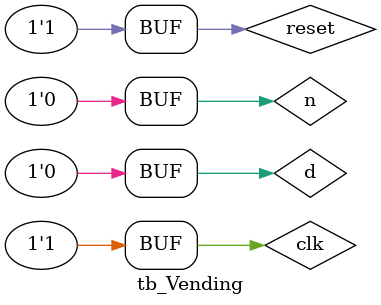
<source format=v>
module		Vending (open, clk, reset, n, d);

output		open;
input		clk;
input		reset;
input		n;
input		d;

reg		open;
reg	[1:0]	state_reg, state_next;

parameter	c0 = 2'b00, c5 = 2'b01, c10 = 2'b10, c15 = 2'b11; 

always@(posedge clk)
    begin
	if((!n & !d) | reset)
		state_reg <= 0;
	else
		state_reg <= state_next;
    end

always@*
    begin
	state_next = state_reg;
	open = 0;
	case(state_reg)
	    c0: //0 cents
		if(d)
		    state_next = c10;
		else if (n)
		    state_next = c5;
	    c5: //5 cents
		if(d)
		    begin
		    state_next = c15;
		    open = 1;
		    end
		else if (n)
		    state_next = c10;
	    c10: // 10 cents
		if(d|n)
		    begin
		    state_next = c15;
		    open = 1;
		    end
	    c15: // 15 cents
		if (reset)
		    state_next = c0;
		else
		    open = 1;
	    default:
		begin
		state_next = state_reg;
		open = 0;
		end
	endcase
    end

endmodule




module		tb_Vending;

reg		clk, reset, n, d;
wire		open;

Vending		UUT (open, clk, reset, n, d);

always  // Clock generation
    begin
        #0	clk = 0;
        #10	clk = 1;
        #10	;
    end

initial
    begin

	// initialize
	#0	reset = 1; n = 0; d = 0;

	//N+N+N
	#20 reset = 0; n = 1; d = 0; // N
	#20 reset = 0; n = 1; d = 0; // N
	#20 reset = 0; n = 1; d = 0; // N, open
	#20 reset = 1; n = 0; d = 0; // reset
	
	//N+D
	#20 reset = 0; n = 1; d = 0; // N
	#20 reset = 0; n = 0; d = 1; // D, open
	#20 reset = 1; n = 0; d = 0; // reset
	
	//D+N
	#20 reset = 0; n = 0; d = 1; // D
	#20 reset = 0; n = 1; d = 0; // N, open
	#20 reset = 1; n = 0; d = 0; // reset

	//D+D
	#20 reset = 0; n = 0; d = 1; // D
	#20 reset = 0; n = 0; d = 1; // D, open
	#20 reset = 1; n = 0; d = 0; // reset
    end

endmodule

</source>
